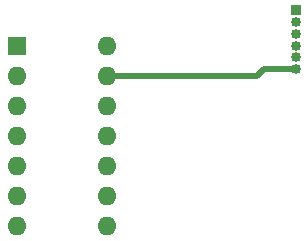
<source format=gbr>
%TF.GenerationSoftware,KiCad,Pcbnew,(6.0.8)*%
%TF.CreationDate,2022-11-15T14:54:45+01:00*%
%TF.ProjectId,Controller,436f6e74-726f-46c6-9c65-722e6b696361,rev?*%
%TF.SameCoordinates,Original*%
%TF.FileFunction,Copper,L1,Top*%
%TF.FilePolarity,Positive*%
%FSLAX46Y46*%
G04 Gerber Fmt 4.6, Leading zero omitted, Abs format (unit mm)*
G04 Created by KiCad (PCBNEW (6.0.8)) date 2022-11-15 14:54:45*
%MOMM*%
%LPD*%
G01*
G04 APERTURE LIST*
%TA.AperFunction,ComponentPad*%
%ADD10R,0.850000X0.850000*%
%TD*%
%TA.AperFunction,ComponentPad*%
%ADD11O,0.850000X0.850000*%
%TD*%
%TA.AperFunction,ComponentPad*%
%ADD12R,1.600000X1.600000*%
%TD*%
%TA.AperFunction,ComponentPad*%
%ADD13O,1.600000X1.600000*%
%TD*%
%TA.AperFunction,Conductor*%
%ADD14C,0.500000*%
%TD*%
G04 APERTURE END LIST*
D10*
%TO.P,J1,1,Pin_1*%
%TO.N,unconnected-(J1-Pad1)*%
X147320000Y-101680000D03*
D11*
%TO.P,J1,2,Pin_2*%
%TO.N,unconnected-(J1-Pad2)*%
X147320000Y-102680000D03*
%TO.P,J1,3,Pin_3*%
%TO.N,unconnected-(J1-Pad3)*%
X147320000Y-103680000D03*
%TO.P,J1,4,Pin_4*%
%TO.N,unconnected-(J1-Pad4)*%
X147320000Y-104680000D03*
%TO.P,J1,5,Pin_5*%
%TO.N,unconnected-(J1-Pad5)*%
X147320000Y-105680000D03*
%TO.P,J1,6,Pin_6*%
%TO.N,Net-(U1-Pad13)*%
X147320000Y-106680000D03*
%TD*%
D12*
%TO.P,U1,1,VDD*%
%TO.N,unconnected-(U1-Pad1)*%
X123720000Y-104690000D03*
D13*
%TO.P,U1,2,RA5/T1CKI/OSC1/CLKIN*%
%TO.N,unconnected-(U1-Pad2)*%
X123720000Y-107230000D03*
%TO.P,U1,3,RA4/AN3/~{T1G}/OSC2/CLKOUT*%
%TO.N,unconnected-(U1-Pad3)*%
X123720000Y-109770000D03*
%TO.P,U1,4,RA3/~{MCLR}/Vpp*%
%TO.N,unconnected-(U1-Pad4)*%
X123720000Y-112310000D03*
%TO.P,U1,5,P1A/CCP1/RC5*%
%TO.N,unconnected-(U1-Pad5)*%
X123720000Y-114850000D03*
%TO.P,U1,6,P1B/C2OUT/RC4*%
%TO.N,unconnected-(U1-Pad6)*%
X123720000Y-117390000D03*
%TO.P,U1,7,P1C/AN7/RC3*%
%TO.N,unconnected-(U1-Pad7)*%
X123720000Y-119930000D03*
%TO.P,U1,8,P1D/AN6/RC2*%
%TO.N,unconnected-(U1-Pad8)*%
X131340000Y-119930000D03*
%TO.P,U1,9,C2IN-/AN5/RC1*%
%TO.N,unconnected-(U1-Pad9)*%
X131340000Y-117390000D03*
%TO.P,U1,10,C2IN+/AN4/RC0*%
%TO.N,unconnected-(U1-Pad10)*%
X131340000Y-114850000D03*
%TO.P,U1,11,RA2/AN2/T0CKI/INT/C1OUT*%
%TO.N,unconnected-(U1-Pad11)*%
X131340000Y-112310000D03*
%TO.P,U1,12,RA1/AN1/C1IN-/Vref/ICSPCLK*%
%TO.N,unconnected-(U1-Pad12)*%
X131340000Y-109770000D03*
%TO.P,U1,13,RA0/AN0/C1IN+/ICSPDAT/ULPWU*%
%TO.N,Net-(U1-Pad13)*%
X131340000Y-107230000D03*
%TO.P,U1,14,VSS*%
%TO.N,unconnected-(U1-Pad14)*%
X131340000Y-104690000D03*
%TD*%
D14*
%TO.N,Net-(U1-Pad13)*%
X144070000Y-107230000D02*
X131340000Y-107230000D01*
X144620000Y-106680000D02*
X144070000Y-107230000D01*
X147320000Y-106680000D02*
X144620000Y-106680000D01*
%TD*%
M02*

</source>
